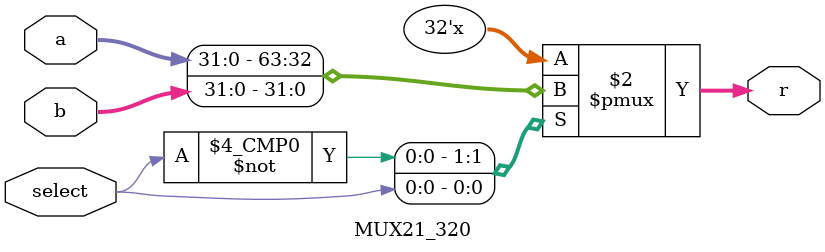
<source format=v>
module MUX21_320 #(parameter len=32)
(
input [len-1:0] a,
input [len-1:0] b,
input select,
output reg [len-1:0] r
);
	
always @(*) begin
    case(select)
      1'b0:
        r=a;
      1'b1:
        r=b;
    endcase
	
end

endmodule
</source>
